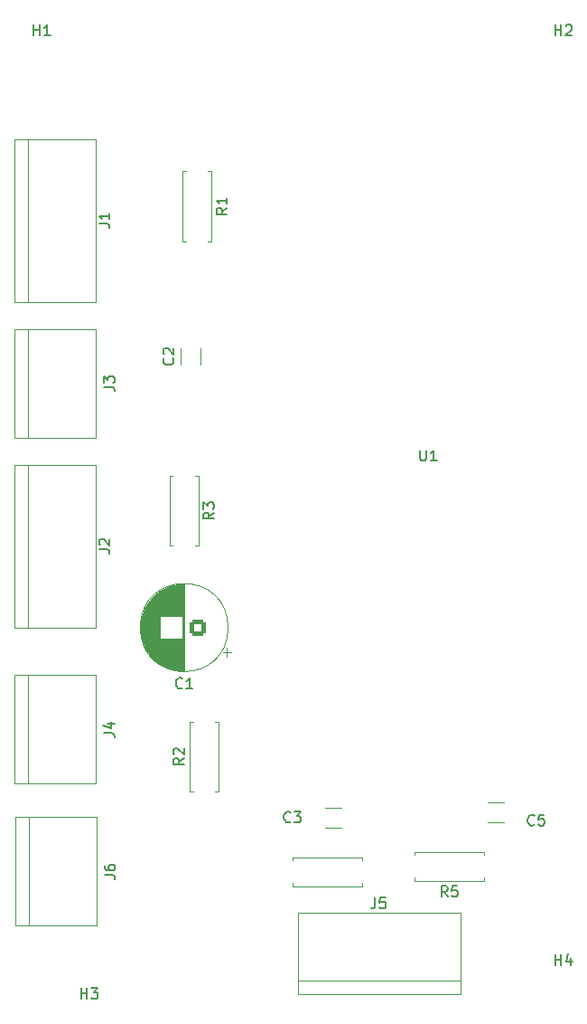
<source format=gbr>
%TF.GenerationSoftware,KiCad,Pcbnew,9.0.2*%
%TF.CreationDate,2025-07-10T18:38:34+01:00*%
%TF.ProjectId,Temperature-Controller,54656d70-6572-4617-9475-72652d436f6e,rev?*%
%TF.SameCoordinates,Original*%
%TF.FileFunction,Legend,Top*%
%TF.FilePolarity,Positive*%
%FSLAX46Y46*%
G04 Gerber Fmt 4.6, Leading zero omitted, Abs format (unit mm)*
G04 Created by KiCad (PCBNEW 9.0.2) date 2025-07-10 18:38:34*
%MOMM*%
%LPD*%
G01*
G04 APERTURE LIST*
G04 Aperture macros list*
%AMRoundRect*
0 Rectangle with rounded corners*
0 $1 Rounding radius*
0 $2 $3 $4 $5 $6 $7 $8 $9 X,Y pos of 4 corners*
0 Add a 4 corners polygon primitive as box body*
4,1,4,$2,$3,$4,$5,$6,$7,$8,$9,$2,$3,0*
0 Add four circle primitives for the rounded corners*
1,1,$1+$1,$2,$3*
1,1,$1+$1,$4,$5*
1,1,$1+$1,$6,$7*
1,1,$1+$1,$8,$9*
0 Add four rect primitives between the rounded corners*
20,1,$1+$1,$2,$3,$4,$5,0*
20,1,$1+$1,$4,$5,$6,$7,0*
20,1,$1+$1,$6,$7,$8,$9,0*
20,1,$1+$1,$8,$9,$2,$3,0*%
G04 Aperture macros list end*
%ADD10C,0.150000*%
%ADD11C,0.120000*%
%ADD12C,2.000000*%
%ADD13C,1.600000*%
%ADD14RoundRect,0.250000X0.550000X0.550000X-0.550000X0.550000X-0.550000X-0.550000X0.550000X-0.550000X0*%
%ADD15C,1.800000*%
%ADD16C,1.900000*%
%ADD17C,3.200000*%
G04 APERTURE END LIST*
D10*
X172379819Y-86663333D02*
X173094104Y-86663333D01*
X173094104Y-86663333D02*
X173236961Y-86710952D01*
X173236961Y-86710952D02*
X173332200Y-86806190D01*
X173332200Y-86806190D02*
X173379819Y-86949047D01*
X173379819Y-86949047D02*
X173379819Y-87044285D01*
X172475057Y-86234761D02*
X172427438Y-86187142D01*
X172427438Y-86187142D02*
X172379819Y-86091904D01*
X172379819Y-86091904D02*
X172379819Y-85853809D01*
X172379819Y-85853809D02*
X172427438Y-85758571D01*
X172427438Y-85758571D02*
X172475057Y-85710952D01*
X172475057Y-85710952D02*
X172570295Y-85663333D01*
X172570295Y-85663333D02*
X172665533Y-85663333D01*
X172665533Y-85663333D02*
X172808390Y-85710952D01*
X172808390Y-85710952D02*
X173379819Y-86282380D01*
X173379819Y-86282380D02*
X173379819Y-85663333D01*
X190333333Y-112119580D02*
X190285714Y-112167200D01*
X190285714Y-112167200D02*
X190142857Y-112214819D01*
X190142857Y-112214819D02*
X190047619Y-112214819D01*
X190047619Y-112214819D02*
X189904762Y-112167200D01*
X189904762Y-112167200D02*
X189809524Y-112071961D01*
X189809524Y-112071961D02*
X189761905Y-111976723D01*
X189761905Y-111976723D02*
X189714286Y-111786247D01*
X189714286Y-111786247D02*
X189714286Y-111643390D01*
X189714286Y-111643390D02*
X189761905Y-111452914D01*
X189761905Y-111452914D02*
X189809524Y-111357676D01*
X189809524Y-111357676D02*
X189904762Y-111262438D01*
X189904762Y-111262438D02*
X190047619Y-111214819D01*
X190047619Y-111214819D02*
X190142857Y-111214819D01*
X190142857Y-111214819D02*
X190285714Y-111262438D01*
X190285714Y-111262438D02*
X190333333Y-111310057D01*
X190666667Y-111214819D02*
X191285714Y-111214819D01*
X191285714Y-111214819D02*
X190952381Y-111595771D01*
X190952381Y-111595771D02*
X191095238Y-111595771D01*
X191095238Y-111595771D02*
X191190476Y-111643390D01*
X191190476Y-111643390D02*
X191238095Y-111691009D01*
X191238095Y-111691009D02*
X191285714Y-111786247D01*
X191285714Y-111786247D02*
X191285714Y-112024342D01*
X191285714Y-112024342D02*
X191238095Y-112119580D01*
X191238095Y-112119580D02*
X191190476Y-112167200D01*
X191190476Y-112167200D02*
X191095238Y-112214819D01*
X191095238Y-112214819D02*
X190809524Y-112214819D01*
X190809524Y-112214819D02*
X190714286Y-112167200D01*
X190714286Y-112167200D02*
X190666667Y-112119580D01*
X180193333Y-99589580D02*
X180145714Y-99637200D01*
X180145714Y-99637200D02*
X180002857Y-99684819D01*
X180002857Y-99684819D02*
X179907619Y-99684819D01*
X179907619Y-99684819D02*
X179764762Y-99637200D01*
X179764762Y-99637200D02*
X179669524Y-99541961D01*
X179669524Y-99541961D02*
X179621905Y-99446723D01*
X179621905Y-99446723D02*
X179574286Y-99256247D01*
X179574286Y-99256247D02*
X179574286Y-99113390D01*
X179574286Y-99113390D02*
X179621905Y-98922914D01*
X179621905Y-98922914D02*
X179669524Y-98827676D01*
X179669524Y-98827676D02*
X179764762Y-98732438D01*
X179764762Y-98732438D02*
X179907619Y-98684819D01*
X179907619Y-98684819D02*
X180002857Y-98684819D01*
X180002857Y-98684819D02*
X180145714Y-98732438D01*
X180145714Y-98732438D02*
X180193333Y-98780057D01*
X181145714Y-99684819D02*
X180574286Y-99684819D01*
X180860000Y-99684819D02*
X180860000Y-98684819D01*
X180860000Y-98684819D02*
X180764762Y-98827676D01*
X180764762Y-98827676D02*
X180669524Y-98922914D01*
X180669524Y-98922914D02*
X180574286Y-98970533D01*
X202488095Y-77374819D02*
X202488095Y-78184342D01*
X202488095Y-78184342D02*
X202535714Y-78279580D01*
X202535714Y-78279580D02*
X202583333Y-78327200D01*
X202583333Y-78327200D02*
X202678571Y-78374819D01*
X202678571Y-78374819D02*
X202869047Y-78374819D01*
X202869047Y-78374819D02*
X202964285Y-78327200D01*
X202964285Y-78327200D02*
X203011904Y-78279580D01*
X203011904Y-78279580D02*
X203059523Y-78184342D01*
X203059523Y-78184342D02*
X203059523Y-77374819D01*
X204059523Y-78374819D02*
X203488095Y-78374819D01*
X203773809Y-78374819D02*
X203773809Y-77374819D01*
X203773809Y-77374819D02*
X203678571Y-77517676D01*
X203678571Y-77517676D02*
X203583333Y-77612914D01*
X203583333Y-77612914D02*
X203488095Y-77660533D01*
X170688095Y-128724819D02*
X170688095Y-127724819D01*
X170688095Y-128201009D02*
X171259523Y-128201009D01*
X171259523Y-128724819D02*
X171259523Y-127724819D01*
X171640476Y-127724819D02*
X172259523Y-127724819D01*
X172259523Y-127724819D02*
X171926190Y-128105771D01*
X171926190Y-128105771D02*
X172069047Y-128105771D01*
X172069047Y-128105771D02*
X172164285Y-128153390D01*
X172164285Y-128153390D02*
X172211904Y-128201009D01*
X172211904Y-128201009D02*
X172259523Y-128296247D01*
X172259523Y-128296247D02*
X172259523Y-128534342D01*
X172259523Y-128534342D02*
X172211904Y-128629580D01*
X172211904Y-128629580D02*
X172164285Y-128677200D01*
X172164285Y-128677200D02*
X172069047Y-128724819D01*
X172069047Y-128724819D02*
X171783333Y-128724819D01*
X171783333Y-128724819D02*
X171688095Y-128677200D01*
X171688095Y-128677200D02*
X171640476Y-128629580D01*
X180329819Y-106211666D02*
X179853628Y-106544999D01*
X180329819Y-106783094D02*
X179329819Y-106783094D01*
X179329819Y-106783094D02*
X179329819Y-106402142D01*
X179329819Y-106402142D02*
X179377438Y-106306904D01*
X179377438Y-106306904D02*
X179425057Y-106259285D01*
X179425057Y-106259285D02*
X179520295Y-106211666D01*
X179520295Y-106211666D02*
X179663152Y-106211666D01*
X179663152Y-106211666D02*
X179758390Y-106259285D01*
X179758390Y-106259285D02*
X179806009Y-106306904D01*
X179806009Y-106306904D02*
X179853628Y-106402142D01*
X179853628Y-106402142D02*
X179853628Y-106783094D01*
X179425057Y-105830713D02*
X179377438Y-105783094D01*
X179377438Y-105783094D02*
X179329819Y-105687856D01*
X179329819Y-105687856D02*
X179329819Y-105449761D01*
X179329819Y-105449761D02*
X179377438Y-105354523D01*
X179377438Y-105354523D02*
X179425057Y-105306904D01*
X179425057Y-105306904D02*
X179520295Y-105259285D01*
X179520295Y-105259285D02*
X179615533Y-105259285D01*
X179615533Y-105259285D02*
X179758390Y-105306904D01*
X179758390Y-105306904D02*
X180329819Y-105878332D01*
X180329819Y-105878332D02*
X180329819Y-105259285D01*
X184374819Y-54706666D02*
X183898628Y-55039999D01*
X184374819Y-55278094D02*
X183374819Y-55278094D01*
X183374819Y-55278094D02*
X183374819Y-54897142D01*
X183374819Y-54897142D02*
X183422438Y-54801904D01*
X183422438Y-54801904D02*
X183470057Y-54754285D01*
X183470057Y-54754285D02*
X183565295Y-54706666D01*
X183565295Y-54706666D02*
X183708152Y-54706666D01*
X183708152Y-54706666D02*
X183803390Y-54754285D01*
X183803390Y-54754285D02*
X183851009Y-54801904D01*
X183851009Y-54801904D02*
X183898628Y-54897142D01*
X183898628Y-54897142D02*
X183898628Y-55278094D01*
X184374819Y-53754285D02*
X184374819Y-54325713D01*
X184374819Y-54039999D02*
X183374819Y-54039999D01*
X183374819Y-54039999D02*
X183517676Y-54135237D01*
X183517676Y-54135237D02*
X183612914Y-54230475D01*
X183612914Y-54230475D02*
X183660533Y-54325713D01*
X179284580Y-68766666D02*
X179332200Y-68814285D01*
X179332200Y-68814285D02*
X179379819Y-68957142D01*
X179379819Y-68957142D02*
X179379819Y-69052380D01*
X179379819Y-69052380D02*
X179332200Y-69195237D01*
X179332200Y-69195237D02*
X179236961Y-69290475D01*
X179236961Y-69290475D02*
X179141723Y-69338094D01*
X179141723Y-69338094D02*
X178951247Y-69385713D01*
X178951247Y-69385713D02*
X178808390Y-69385713D01*
X178808390Y-69385713D02*
X178617914Y-69338094D01*
X178617914Y-69338094D02*
X178522676Y-69290475D01*
X178522676Y-69290475D02*
X178427438Y-69195237D01*
X178427438Y-69195237D02*
X178379819Y-69052380D01*
X178379819Y-69052380D02*
X178379819Y-68957142D01*
X178379819Y-68957142D02*
X178427438Y-68814285D01*
X178427438Y-68814285D02*
X178475057Y-68766666D01*
X178475057Y-68385713D02*
X178427438Y-68338094D01*
X178427438Y-68338094D02*
X178379819Y-68242856D01*
X178379819Y-68242856D02*
X178379819Y-68004761D01*
X178379819Y-68004761D02*
X178427438Y-67909523D01*
X178427438Y-67909523D02*
X178475057Y-67861904D01*
X178475057Y-67861904D02*
X178570295Y-67814285D01*
X178570295Y-67814285D02*
X178665533Y-67814285D01*
X178665533Y-67814285D02*
X178808390Y-67861904D01*
X178808390Y-67861904D02*
X179379819Y-68433332D01*
X179379819Y-68433332D02*
X179379819Y-67814285D01*
X215138095Y-38564819D02*
X215138095Y-37564819D01*
X215138095Y-38041009D02*
X215709523Y-38041009D01*
X215709523Y-38564819D02*
X215709523Y-37564819D01*
X216138095Y-37660057D02*
X216185714Y-37612438D01*
X216185714Y-37612438D02*
X216280952Y-37564819D01*
X216280952Y-37564819D02*
X216519047Y-37564819D01*
X216519047Y-37564819D02*
X216614285Y-37612438D01*
X216614285Y-37612438D02*
X216661904Y-37660057D01*
X216661904Y-37660057D02*
X216709523Y-37755295D01*
X216709523Y-37755295D02*
X216709523Y-37850533D01*
X216709523Y-37850533D02*
X216661904Y-37993390D01*
X216661904Y-37993390D02*
X216090476Y-38564819D01*
X216090476Y-38564819D02*
X216709523Y-38564819D01*
X166243095Y-38564819D02*
X166243095Y-37564819D01*
X166243095Y-38041009D02*
X166814523Y-38041009D01*
X166814523Y-38564819D02*
X166814523Y-37564819D01*
X167814523Y-38564819D02*
X167243095Y-38564819D01*
X167528809Y-38564819D02*
X167528809Y-37564819D01*
X167528809Y-37564819D02*
X167433571Y-37707676D01*
X167433571Y-37707676D02*
X167338333Y-37802914D01*
X167338333Y-37802914D02*
X167243095Y-37850533D01*
X172809819Y-71453333D02*
X173524104Y-71453333D01*
X173524104Y-71453333D02*
X173666961Y-71500952D01*
X173666961Y-71500952D02*
X173762200Y-71596190D01*
X173762200Y-71596190D02*
X173809819Y-71739047D01*
X173809819Y-71739047D02*
X173809819Y-71834285D01*
X172809819Y-71072380D02*
X172809819Y-70453333D01*
X172809819Y-70453333D02*
X173190771Y-70786666D01*
X173190771Y-70786666D02*
X173190771Y-70643809D01*
X173190771Y-70643809D02*
X173238390Y-70548571D01*
X173238390Y-70548571D02*
X173286009Y-70500952D01*
X173286009Y-70500952D02*
X173381247Y-70453333D01*
X173381247Y-70453333D02*
X173619342Y-70453333D01*
X173619342Y-70453333D02*
X173714580Y-70500952D01*
X173714580Y-70500952D02*
X173762200Y-70548571D01*
X173762200Y-70548571D02*
X173809819Y-70643809D01*
X173809819Y-70643809D02*
X173809819Y-70929523D01*
X173809819Y-70929523D02*
X173762200Y-71024761D01*
X173762200Y-71024761D02*
X173714580Y-71072380D01*
X213193333Y-112411580D02*
X213145714Y-112459200D01*
X213145714Y-112459200D02*
X213002857Y-112506819D01*
X213002857Y-112506819D02*
X212907619Y-112506819D01*
X212907619Y-112506819D02*
X212764762Y-112459200D01*
X212764762Y-112459200D02*
X212669524Y-112363961D01*
X212669524Y-112363961D02*
X212621905Y-112268723D01*
X212621905Y-112268723D02*
X212574286Y-112078247D01*
X212574286Y-112078247D02*
X212574286Y-111935390D01*
X212574286Y-111935390D02*
X212621905Y-111744914D01*
X212621905Y-111744914D02*
X212669524Y-111649676D01*
X212669524Y-111649676D02*
X212764762Y-111554438D01*
X212764762Y-111554438D02*
X212907619Y-111506819D01*
X212907619Y-111506819D02*
X213002857Y-111506819D01*
X213002857Y-111506819D02*
X213145714Y-111554438D01*
X213145714Y-111554438D02*
X213193333Y-111602057D01*
X214098095Y-111506819D02*
X213621905Y-111506819D01*
X213621905Y-111506819D02*
X213574286Y-111983009D01*
X213574286Y-111983009D02*
X213621905Y-111935390D01*
X213621905Y-111935390D02*
X213717143Y-111887771D01*
X213717143Y-111887771D02*
X213955238Y-111887771D01*
X213955238Y-111887771D02*
X214050476Y-111935390D01*
X214050476Y-111935390D02*
X214098095Y-111983009D01*
X214098095Y-111983009D02*
X214145714Y-112078247D01*
X214145714Y-112078247D02*
X214145714Y-112316342D01*
X214145714Y-112316342D02*
X214098095Y-112411580D01*
X214098095Y-112411580D02*
X214050476Y-112459200D01*
X214050476Y-112459200D02*
X213955238Y-112506819D01*
X213955238Y-112506819D02*
X213717143Y-112506819D01*
X213717143Y-112506819D02*
X213621905Y-112459200D01*
X213621905Y-112459200D02*
X213574286Y-112411580D01*
X183164819Y-83224666D02*
X182688628Y-83557999D01*
X183164819Y-83796094D02*
X182164819Y-83796094D01*
X182164819Y-83796094D02*
X182164819Y-83415142D01*
X182164819Y-83415142D02*
X182212438Y-83319904D01*
X182212438Y-83319904D02*
X182260057Y-83272285D01*
X182260057Y-83272285D02*
X182355295Y-83224666D01*
X182355295Y-83224666D02*
X182498152Y-83224666D01*
X182498152Y-83224666D02*
X182593390Y-83272285D01*
X182593390Y-83272285D02*
X182641009Y-83319904D01*
X182641009Y-83319904D02*
X182688628Y-83415142D01*
X182688628Y-83415142D02*
X182688628Y-83796094D01*
X182164819Y-82891332D02*
X182164819Y-82272285D01*
X182164819Y-82272285D02*
X182545771Y-82605618D01*
X182545771Y-82605618D02*
X182545771Y-82462761D01*
X182545771Y-82462761D02*
X182593390Y-82367523D01*
X182593390Y-82367523D02*
X182641009Y-82319904D01*
X182641009Y-82319904D02*
X182736247Y-82272285D01*
X182736247Y-82272285D02*
X182974342Y-82272285D01*
X182974342Y-82272285D02*
X183069580Y-82319904D01*
X183069580Y-82319904D02*
X183117200Y-82367523D01*
X183117200Y-82367523D02*
X183164819Y-82462761D01*
X183164819Y-82462761D02*
X183164819Y-82748475D01*
X183164819Y-82748475D02*
X183117200Y-82843713D01*
X183117200Y-82843713D02*
X183069580Y-82891332D01*
X205065333Y-119156819D02*
X204732000Y-118680628D01*
X204493905Y-119156819D02*
X204493905Y-118156819D01*
X204493905Y-118156819D02*
X204874857Y-118156819D01*
X204874857Y-118156819D02*
X204970095Y-118204438D01*
X204970095Y-118204438D02*
X205017714Y-118252057D01*
X205017714Y-118252057D02*
X205065333Y-118347295D01*
X205065333Y-118347295D02*
X205065333Y-118490152D01*
X205065333Y-118490152D02*
X205017714Y-118585390D01*
X205017714Y-118585390D02*
X204970095Y-118633009D01*
X204970095Y-118633009D02*
X204874857Y-118680628D01*
X204874857Y-118680628D02*
X204493905Y-118680628D01*
X205970095Y-118156819D02*
X205493905Y-118156819D01*
X205493905Y-118156819D02*
X205446286Y-118633009D01*
X205446286Y-118633009D02*
X205493905Y-118585390D01*
X205493905Y-118585390D02*
X205589143Y-118537771D01*
X205589143Y-118537771D02*
X205827238Y-118537771D01*
X205827238Y-118537771D02*
X205922476Y-118585390D01*
X205922476Y-118585390D02*
X205970095Y-118633009D01*
X205970095Y-118633009D02*
X206017714Y-118728247D01*
X206017714Y-118728247D02*
X206017714Y-118966342D01*
X206017714Y-118966342D02*
X205970095Y-119061580D01*
X205970095Y-119061580D02*
X205922476Y-119109200D01*
X205922476Y-119109200D02*
X205827238Y-119156819D01*
X205827238Y-119156819D02*
X205589143Y-119156819D01*
X205589143Y-119156819D02*
X205493905Y-119109200D01*
X205493905Y-119109200D02*
X205446286Y-119061580D01*
X215138095Y-125559819D02*
X215138095Y-124559819D01*
X215138095Y-125036009D02*
X215709523Y-125036009D01*
X215709523Y-125559819D02*
X215709523Y-124559819D01*
X216614285Y-124893152D02*
X216614285Y-125559819D01*
X216376190Y-124512200D02*
X216138095Y-125226485D01*
X216138095Y-125226485D02*
X216757142Y-125226485D01*
X172379819Y-56183333D02*
X173094104Y-56183333D01*
X173094104Y-56183333D02*
X173236961Y-56230952D01*
X173236961Y-56230952D02*
X173332200Y-56326190D01*
X173332200Y-56326190D02*
X173379819Y-56469047D01*
X173379819Y-56469047D02*
X173379819Y-56564285D01*
X173379819Y-55183333D02*
X173379819Y-55754761D01*
X173379819Y-55469047D02*
X172379819Y-55469047D01*
X172379819Y-55469047D02*
X172522676Y-55564285D01*
X172522676Y-55564285D02*
X172617914Y-55659523D01*
X172617914Y-55659523D02*
X172665533Y-55754761D01*
X198264666Y-119264819D02*
X198264666Y-119979104D01*
X198264666Y-119979104D02*
X198217047Y-120121961D01*
X198217047Y-120121961D02*
X198121809Y-120217200D01*
X198121809Y-120217200D02*
X197978952Y-120264819D01*
X197978952Y-120264819D02*
X197883714Y-120264819D01*
X199217047Y-119264819D02*
X198740857Y-119264819D01*
X198740857Y-119264819D02*
X198693238Y-119741009D01*
X198693238Y-119741009D02*
X198740857Y-119693390D01*
X198740857Y-119693390D02*
X198836095Y-119645771D01*
X198836095Y-119645771D02*
X199074190Y-119645771D01*
X199074190Y-119645771D02*
X199169428Y-119693390D01*
X199169428Y-119693390D02*
X199217047Y-119741009D01*
X199217047Y-119741009D02*
X199264666Y-119836247D01*
X199264666Y-119836247D02*
X199264666Y-120074342D01*
X199264666Y-120074342D02*
X199217047Y-120169580D01*
X199217047Y-120169580D02*
X199169428Y-120217200D01*
X199169428Y-120217200D02*
X199074190Y-120264819D01*
X199074190Y-120264819D02*
X198836095Y-120264819D01*
X198836095Y-120264819D02*
X198740857Y-120217200D01*
X198740857Y-120217200D02*
X198693238Y-120169580D01*
X172809819Y-103838333D02*
X173524104Y-103838333D01*
X173524104Y-103838333D02*
X173666961Y-103885952D01*
X173666961Y-103885952D02*
X173762200Y-103981190D01*
X173762200Y-103981190D02*
X173809819Y-104124047D01*
X173809819Y-104124047D02*
X173809819Y-104219285D01*
X173143152Y-102933571D02*
X173809819Y-102933571D01*
X172762200Y-103171666D02*
X173476485Y-103409761D01*
X173476485Y-103409761D02*
X173476485Y-102790714D01*
X172884819Y-117143333D02*
X173599104Y-117143333D01*
X173599104Y-117143333D02*
X173741961Y-117190952D01*
X173741961Y-117190952D02*
X173837200Y-117286190D01*
X173837200Y-117286190D02*
X173884819Y-117429047D01*
X173884819Y-117429047D02*
X173884819Y-117524285D01*
X172884819Y-116238571D02*
X172884819Y-116429047D01*
X172884819Y-116429047D02*
X172932438Y-116524285D01*
X172932438Y-116524285D02*
X172980057Y-116571904D01*
X172980057Y-116571904D02*
X173122914Y-116667142D01*
X173122914Y-116667142D02*
X173313390Y-116714761D01*
X173313390Y-116714761D02*
X173694342Y-116714761D01*
X173694342Y-116714761D02*
X173789580Y-116667142D01*
X173789580Y-116667142D02*
X173837200Y-116619523D01*
X173837200Y-116619523D02*
X173884819Y-116524285D01*
X173884819Y-116524285D02*
X173884819Y-116333809D01*
X173884819Y-116333809D02*
X173837200Y-116238571D01*
X173837200Y-116238571D02*
X173789580Y-116190952D01*
X173789580Y-116190952D02*
X173694342Y-116143333D01*
X173694342Y-116143333D02*
X173456247Y-116143333D01*
X173456247Y-116143333D02*
X173361009Y-116190952D01*
X173361009Y-116190952D02*
X173313390Y-116238571D01*
X173313390Y-116238571D02*
X173265771Y-116333809D01*
X173265771Y-116333809D02*
X173265771Y-116524285D01*
X173265771Y-116524285D02*
X173313390Y-116619523D01*
X173313390Y-116619523D02*
X173361009Y-116667142D01*
X173361009Y-116667142D02*
X173456247Y-116714761D01*
D11*
%TO.C,J2*%
X164465000Y-78740000D02*
X164465000Y-93980000D01*
X164465000Y-78740000D02*
X172085000Y-78740000D01*
X164465000Y-93980000D02*
X172085000Y-93980000D01*
X165735000Y-78740000D02*
X165735000Y-93980000D01*
X172085000Y-78740000D02*
X172085000Y-93980000D01*
%TO.C,C3*%
X193565000Y-110840000D02*
X195095000Y-110840000D01*
X193565000Y-112680000D02*
X195095000Y-112680000D01*
%TO.C,C1*%
X176280000Y-94513000D02*
X176280000Y-93447000D01*
X176320000Y-94748000D02*
X176320000Y-93212000D01*
X176360000Y-94927000D02*
X176360000Y-93033000D01*
X176400000Y-95077000D02*
X176400000Y-92883000D01*
X176440000Y-95208000D02*
X176440000Y-92752000D01*
X176480000Y-95326000D02*
X176480000Y-92634000D01*
X176520000Y-95433000D02*
X176520000Y-92527000D01*
X176560000Y-95532000D02*
X176560000Y-92428000D01*
X176600000Y-95624000D02*
X176600000Y-92336000D01*
X176640000Y-95711000D02*
X176640000Y-92249000D01*
X176680000Y-95793000D02*
X176680000Y-92167000D01*
X176720000Y-95870000D02*
X176720000Y-92090000D01*
X176760000Y-95944000D02*
X176760000Y-92016000D01*
X176800000Y-96014000D02*
X176800000Y-91946000D01*
X176840000Y-96081000D02*
X176840000Y-91879000D01*
X176880000Y-96145000D02*
X176880000Y-91815000D01*
X176920000Y-96207000D02*
X176920000Y-91753000D01*
X176960000Y-96267000D02*
X176960000Y-91693000D01*
X177000000Y-96324000D02*
X177000000Y-91636000D01*
X177040000Y-96380000D02*
X177040000Y-91580000D01*
X177080000Y-96433000D02*
X177080000Y-91527000D01*
X177120000Y-96485000D02*
X177120000Y-91475000D01*
X177160000Y-96535000D02*
X177160000Y-91425000D01*
X177200000Y-96584000D02*
X177200000Y-91376000D01*
X177240000Y-96631000D02*
X177240000Y-91329000D01*
X177280000Y-96676000D02*
X177280000Y-91284000D01*
X177320000Y-96721000D02*
X177320000Y-91239000D01*
X177360000Y-96764000D02*
X177360000Y-91196000D01*
X177400000Y-96806000D02*
X177400000Y-91154000D01*
X177440000Y-96847000D02*
X177440000Y-91113000D01*
X177480000Y-96886000D02*
X177480000Y-91074000D01*
X177520000Y-96925000D02*
X177520000Y-91035000D01*
X177560000Y-96962000D02*
X177560000Y-90998000D01*
X177600000Y-96999000D02*
X177600000Y-90961000D01*
X177640000Y-97035000D02*
X177640000Y-90925000D01*
X177680000Y-97069000D02*
X177680000Y-90891000D01*
X177720000Y-97103000D02*
X177720000Y-90857000D01*
X177760000Y-97136000D02*
X177760000Y-90824000D01*
X177800000Y-97168000D02*
X177800000Y-90792000D01*
X177840000Y-97199000D02*
X177840000Y-90761000D01*
X177880000Y-97230000D02*
X177880000Y-90730000D01*
X177920000Y-97260000D02*
X177920000Y-90700000D01*
X177960000Y-97289000D02*
X177960000Y-90671000D01*
X178000000Y-97317000D02*
X178000000Y-90643000D01*
X178040000Y-97345000D02*
X178040000Y-90615000D01*
X178080000Y-92940000D02*
X178080000Y-90588000D01*
X178080000Y-97372000D02*
X178080000Y-95020000D01*
X178120000Y-92940000D02*
X178120000Y-90562000D01*
X178120000Y-97398000D02*
X178120000Y-95020000D01*
X178160000Y-92940000D02*
X178160000Y-90537000D01*
X178160000Y-97423000D02*
X178160000Y-95020000D01*
X178200000Y-92940000D02*
X178200000Y-90512000D01*
X178200000Y-97448000D02*
X178200000Y-95020000D01*
X178240000Y-92940000D02*
X178240000Y-90487000D01*
X178240000Y-97473000D02*
X178240000Y-95020000D01*
X178280000Y-92940000D02*
X178280000Y-90464000D01*
X178280000Y-97496000D02*
X178280000Y-95020000D01*
X178320000Y-92940000D02*
X178320000Y-90441000D01*
X178320000Y-97519000D02*
X178320000Y-95020000D01*
X178360000Y-92940000D02*
X178360000Y-90418000D01*
X178360000Y-97542000D02*
X178360000Y-95020000D01*
X178400000Y-92940000D02*
X178400000Y-90396000D01*
X178400000Y-97564000D02*
X178400000Y-95020000D01*
X178440000Y-92940000D02*
X178440000Y-90375000D01*
X178440000Y-97585000D02*
X178440000Y-95020000D01*
X178480000Y-92940000D02*
X178480000Y-90354000D01*
X178480000Y-97606000D02*
X178480000Y-95020000D01*
X178520000Y-92940000D02*
X178520000Y-90334000D01*
X178520000Y-97626000D02*
X178520000Y-95020000D01*
X178560000Y-92940000D02*
X178560000Y-90314000D01*
X178560000Y-97646000D02*
X178560000Y-95020000D01*
X178600000Y-92940000D02*
X178600000Y-90295000D01*
X178600000Y-97665000D02*
X178600000Y-95020000D01*
X178640000Y-92940000D02*
X178640000Y-90276000D01*
X178640000Y-97684000D02*
X178640000Y-95020000D01*
X178680000Y-92940000D02*
X178680000Y-90258000D01*
X178680000Y-97702000D02*
X178680000Y-95020000D01*
X178720000Y-92940000D02*
X178720000Y-90240000D01*
X178720000Y-97720000D02*
X178720000Y-95020000D01*
X178760000Y-92940000D02*
X178760000Y-90223000D01*
X178760000Y-97737000D02*
X178760000Y-95020000D01*
X178800000Y-92940000D02*
X178800000Y-90207000D01*
X178800000Y-97753000D02*
X178800000Y-95020000D01*
X178840000Y-92940000D02*
X178840000Y-90191000D01*
X178840000Y-97769000D02*
X178840000Y-95020000D01*
X178880000Y-92940000D02*
X178880000Y-90175000D01*
X178880000Y-97785000D02*
X178880000Y-95020000D01*
X178920000Y-92940000D02*
X178920000Y-90160000D01*
X178920000Y-97800000D02*
X178920000Y-95020000D01*
X178960000Y-92940000D02*
X178960000Y-90145000D01*
X178960000Y-97815000D02*
X178960000Y-95020000D01*
X179000000Y-92940000D02*
X179000000Y-90131000D01*
X179000000Y-97829000D02*
X179000000Y-95020000D01*
X179040000Y-92940000D02*
X179040000Y-90117000D01*
X179040000Y-97843000D02*
X179040000Y-95020000D01*
X179080000Y-92940000D02*
X179080000Y-90104000D01*
X179080000Y-97856000D02*
X179080000Y-95020000D01*
X179120000Y-92940000D02*
X179120000Y-90091000D01*
X179120000Y-97869000D02*
X179120000Y-95020000D01*
X179160000Y-92940000D02*
X179160000Y-90079000D01*
X179160000Y-97881000D02*
X179160000Y-95020000D01*
X179200000Y-92940000D02*
X179200000Y-90067000D01*
X179200000Y-97893000D02*
X179200000Y-95020000D01*
X179240000Y-92940000D02*
X179240000Y-90055000D01*
X179240000Y-97905000D02*
X179240000Y-95020000D01*
X179280000Y-92940000D02*
X179280000Y-90044000D01*
X179280000Y-97916000D02*
X179280000Y-95020000D01*
X179320000Y-92940000D02*
X179320000Y-90033000D01*
X179320000Y-97927000D02*
X179320000Y-95020000D01*
X179360000Y-92940000D02*
X179360000Y-90023000D01*
X179360000Y-97937000D02*
X179360000Y-95020000D01*
X179400000Y-92940000D02*
X179400000Y-90013000D01*
X179400000Y-97947000D02*
X179400000Y-95020000D01*
X179440000Y-92940000D02*
X179440000Y-90004000D01*
X179440000Y-97956000D02*
X179440000Y-95020000D01*
X179480000Y-92940000D02*
X179480000Y-89995000D01*
X179480000Y-97965000D02*
X179480000Y-95020000D01*
X179520000Y-92940000D02*
X179520000Y-89987000D01*
X179520000Y-97973000D02*
X179520000Y-95020000D01*
X179560000Y-92940000D02*
X179560000Y-89978000D01*
X179560000Y-97982000D02*
X179560000Y-95020000D01*
X179600000Y-92940000D02*
X179600000Y-89971000D01*
X179600000Y-97989000D02*
X179600000Y-95020000D01*
X179640000Y-92940000D02*
X179640000Y-89963000D01*
X179640000Y-97997000D02*
X179640000Y-95020000D01*
X179680000Y-92940000D02*
X179680000Y-89957000D01*
X179680000Y-98003000D02*
X179680000Y-95020000D01*
X179720000Y-92940000D02*
X179720000Y-89950000D01*
X179720000Y-98010000D02*
X179720000Y-95020000D01*
X179760000Y-92940000D02*
X179760000Y-89944000D01*
X179760000Y-98016000D02*
X179760000Y-95020000D01*
X179800000Y-92940000D02*
X179800000Y-89938000D01*
X179800000Y-98022000D02*
X179800000Y-95020000D01*
X179840000Y-92940000D02*
X179840000Y-89933000D01*
X179840000Y-98027000D02*
X179840000Y-95020000D01*
X179880000Y-92940000D02*
X179880000Y-89928000D01*
X179880000Y-98032000D02*
X179880000Y-95020000D01*
X179920000Y-92940000D02*
X179920000Y-89924000D01*
X179920000Y-98036000D02*
X179920000Y-95020000D01*
X179960000Y-92940000D02*
X179960000Y-89919000D01*
X179960000Y-98041000D02*
X179960000Y-95020000D01*
X180000000Y-92940000D02*
X180000000Y-89916000D01*
X180000000Y-98044000D02*
X180000000Y-95020000D01*
X180040000Y-92940000D02*
X180040000Y-89912000D01*
X180040000Y-98048000D02*
X180040000Y-95020000D01*
X180080000Y-92940000D02*
X180080000Y-89910000D01*
X180080000Y-98050000D02*
X180080000Y-95020000D01*
X180120000Y-92940000D02*
X180120000Y-89907000D01*
X180120000Y-98053000D02*
X180120000Y-95020000D01*
X180160000Y-98055000D02*
X180160000Y-89905000D01*
X180200000Y-98057000D02*
X180200000Y-89903000D01*
X180240000Y-98058000D02*
X180240000Y-89902000D01*
X180280000Y-98059000D02*
X180280000Y-89901000D01*
X180320000Y-98060000D02*
X180320000Y-89900000D01*
X180360000Y-98060000D02*
X180360000Y-89900000D01*
X184369698Y-96695000D02*
X184369698Y-95895000D01*
X184769698Y-96295000D02*
X183969698Y-96295000D01*
X184480000Y-93980000D02*
G75*
G02*
X176240000Y-93980000I-4120000J0D01*
G01*
X176240000Y-93980000D02*
G75*
G02*
X184480000Y-93980000I4120000J0D01*
G01*
%TO.C,R2*%
X180875000Y-102775000D02*
X181205000Y-102775000D01*
X180875000Y-109315000D02*
X180875000Y-102775000D01*
X181205000Y-109315000D02*
X180875000Y-109315000D01*
X183285000Y-109315000D02*
X183615000Y-109315000D01*
X183615000Y-102775000D02*
X183285000Y-102775000D01*
X183615000Y-109315000D02*
X183615000Y-102775000D01*
%TO.C,R1*%
X180180000Y-51270000D02*
X180180000Y-57810000D01*
X180180000Y-57810000D02*
X180510000Y-57810000D01*
X180510000Y-51270000D02*
X180180000Y-51270000D01*
X182590000Y-51270000D02*
X182920000Y-51270000D01*
X182920000Y-51270000D02*
X182920000Y-57810000D01*
X182920000Y-57810000D02*
X182590000Y-57810000D01*
%TO.C,C2*%
X180055000Y-69365000D02*
X180055000Y-67835000D01*
X181895000Y-69365000D02*
X181895000Y-67835000D01*
%TO.C,J3*%
X164465000Y-66040000D02*
X164465000Y-76200000D01*
X164465000Y-76200000D02*
X172085000Y-76200000D01*
X165735000Y-76200000D02*
X165735000Y-66040000D01*
X172085000Y-66040000D02*
X164465000Y-66040000D01*
X172085000Y-76200000D02*
X172085000Y-66040000D01*
%TO.C,C5*%
X208805000Y-110332000D02*
X210335000Y-110332000D01*
X208805000Y-112172000D02*
X210335000Y-112172000D01*
%TO.C,R3*%
X178970000Y-79788000D02*
X178970000Y-86328000D01*
X178970000Y-86328000D02*
X179300000Y-86328000D01*
X179300000Y-79788000D02*
X178970000Y-79788000D01*
X181380000Y-79788000D02*
X181710000Y-79788000D01*
X181710000Y-79788000D02*
X181710000Y-86328000D01*
X181710000Y-86328000D02*
X181380000Y-86328000D01*
%TO.C,R4*%
X190532000Y-115470000D02*
X190532000Y-115800000D01*
X190532000Y-118210000D02*
X190532000Y-117880000D01*
X197072000Y-115470000D02*
X190532000Y-115470000D01*
X197072000Y-115800000D02*
X197072000Y-115470000D01*
X197072000Y-117880000D02*
X197072000Y-118210000D01*
X197072000Y-118210000D02*
X190532000Y-118210000D01*
%TO.C,R5*%
X201962000Y-114962000D02*
X201962000Y-115292000D01*
X201962000Y-117702000D02*
X201962000Y-117372000D01*
X208502000Y-114962000D02*
X201962000Y-114962000D01*
X208502000Y-115292000D02*
X208502000Y-114962000D01*
X208502000Y-117372000D02*
X208502000Y-117702000D01*
X208502000Y-117702000D02*
X201962000Y-117702000D01*
%TO.C,J1*%
X164465000Y-48260000D02*
X164465000Y-63500000D01*
X164465000Y-48260000D02*
X172085000Y-48260000D01*
X164465000Y-63500000D02*
X172085000Y-63500000D01*
X165735000Y-48260000D02*
X165735000Y-63500000D01*
X172085000Y-48260000D02*
X172085000Y-63500000D01*
%TO.C,J5*%
X191008000Y-120650000D02*
X206248000Y-120650000D01*
X191008000Y-127000000D02*
X206248000Y-127000000D01*
X191008000Y-128270000D02*
X191008000Y-120650000D01*
X191008000Y-128270000D02*
X206248000Y-128270000D01*
X206248000Y-128270000D02*
X206248000Y-120650000D01*
%TO.C,J4*%
X164465000Y-98425000D02*
X164465000Y-108585000D01*
X164465000Y-108585000D02*
X172085000Y-108585000D01*
X165735000Y-108585000D02*
X165735000Y-98425000D01*
X172085000Y-98425000D02*
X164465000Y-98425000D01*
X172085000Y-108585000D02*
X172085000Y-98425000D01*
%TO.C,J6*%
X164540000Y-111730000D02*
X164540000Y-121890000D01*
X164540000Y-121890000D02*
X172160000Y-121890000D01*
X165810000Y-121890000D02*
X165810000Y-111730000D01*
X172160000Y-111730000D02*
X164540000Y-111730000D01*
X172160000Y-121890000D02*
X172160000Y-111730000D01*
%TD*%
%LPC*%
D12*
%TO.C,J2*%
X168275000Y-81280000D03*
X168275000Y-86360000D03*
X168275000Y-91440000D03*
%TD*%
D13*
%TO.C,C3*%
X193080000Y-111760000D03*
X195580000Y-111760000D03*
%TD*%
D14*
%TO.C,C1*%
X181610000Y-93980000D03*
D13*
X179110000Y-93980000D03*
%TD*%
D15*
%TO.C,U1*%
X190500000Y-58420000D03*
X190500000Y-60960000D03*
X190500000Y-63500000D03*
X190500000Y-66040000D03*
X190500000Y-68580000D03*
D16*
X190500000Y-71120000D03*
D15*
X190500000Y-73820000D03*
X190500000Y-76200000D03*
X190500000Y-81280000D03*
X190500000Y-78740000D03*
X190500000Y-83820000D03*
X190500000Y-86360000D03*
X190500000Y-88900000D03*
X190500000Y-91440000D03*
X190500000Y-93980000D03*
X215900000Y-58420000D03*
X215900000Y-60960000D03*
X215900000Y-63500000D03*
X215900000Y-66040000D03*
X215900000Y-68580000D03*
X215900000Y-71120000D03*
X215900000Y-73820000D03*
X215900000Y-76200000D03*
X215900000Y-78740000D03*
X215900000Y-81280000D03*
X215900000Y-83820000D03*
X215900000Y-86360000D03*
X215900000Y-88900000D03*
X215900000Y-91440000D03*
X215900000Y-93980000D03*
%TD*%
D17*
%TO.C,H3*%
X167005000Y-128905000D03*
%TD*%
D13*
%TO.C,R2*%
X182245000Y-109855000D03*
X182245000Y-102235000D03*
%TD*%
%TO.C,R1*%
X181550000Y-50730000D03*
X181550000Y-58350000D03*
%TD*%
%TO.C,C2*%
X180975000Y-69850000D03*
X180975000Y-67350000D03*
%TD*%
D17*
%TO.C,H2*%
X215900000Y-41910000D03*
%TD*%
%TO.C,H1*%
X167005000Y-41910000D03*
%TD*%
D12*
%TO.C,J3*%
X168275000Y-68580000D03*
X168275000Y-73660000D03*
%TD*%
D13*
%TO.C,C5*%
X208320000Y-111252000D03*
X210820000Y-111252000D03*
%TD*%
%TO.C,R3*%
X180340000Y-79248000D03*
X180340000Y-86868000D03*
%TD*%
%TO.C,R4*%
X197612000Y-116840000D03*
X189992000Y-116840000D03*
%TD*%
%TO.C,R5*%
X209042000Y-116332000D03*
X201422000Y-116332000D03*
%TD*%
D17*
%TO.C,H4*%
X215900000Y-128905000D03*
%TD*%
D12*
%TO.C,J1*%
X168275000Y-50800000D03*
X168275000Y-55880000D03*
X168275000Y-60960000D03*
%TD*%
%TO.C,J5*%
X193548000Y-124460000D03*
X198628000Y-124460000D03*
X203708000Y-124460000D03*
%TD*%
%TO.C,J4*%
X168275000Y-100965000D03*
X168275000Y-106045000D03*
%TD*%
%TO.C,J6*%
X168350000Y-114270000D03*
X168350000Y-119350000D03*
%TD*%
%LPD*%
M02*

</source>
